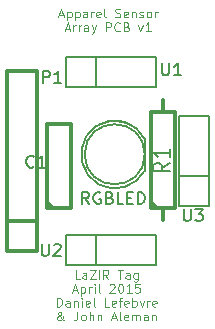
<source format=gto>
G04 (created by PCBNEW (2013-07-07 BZR 4022)-stable) date 5/1/2015 4:40:18 PM*
%MOIN*%
G04 Gerber Fmt 3.4, Leading zero omitted, Abs format*
%FSLAX34Y34*%
G01*
G70*
G90*
G04 APERTURE LIST*
%ADD10C,0.00590551*%
%ADD11C,0.00492126*%
%ADD12C,0.006*%
%ADD13C,0.012*%
%ADD14C,0.008*%
G04 APERTURE END LIST*
G54D10*
G54D11*
X12745Y-7395D02*
X12886Y-7395D01*
X12717Y-7479D02*
X12816Y-7184D01*
X12914Y-7479D01*
X13013Y-7282D02*
X13013Y-7577D01*
X13013Y-7296D02*
X13041Y-7282D01*
X13097Y-7282D01*
X13125Y-7296D01*
X13139Y-7310D01*
X13153Y-7338D01*
X13153Y-7423D01*
X13139Y-7451D01*
X13125Y-7465D01*
X13097Y-7479D01*
X13041Y-7479D01*
X13013Y-7465D01*
X13280Y-7282D02*
X13280Y-7577D01*
X13280Y-7296D02*
X13308Y-7282D01*
X13364Y-7282D01*
X13392Y-7296D01*
X13406Y-7310D01*
X13420Y-7338D01*
X13420Y-7423D01*
X13406Y-7451D01*
X13392Y-7465D01*
X13364Y-7479D01*
X13308Y-7479D01*
X13280Y-7465D01*
X13673Y-7479D02*
X13673Y-7324D01*
X13659Y-7296D01*
X13631Y-7282D01*
X13575Y-7282D01*
X13547Y-7296D01*
X13673Y-7465D02*
X13645Y-7479D01*
X13575Y-7479D01*
X13547Y-7465D01*
X13533Y-7437D01*
X13533Y-7409D01*
X13547Y-7381D01*
X13575Y-7367D01*
X13645Y-7367D01*
X13673Y-7352D01*
X13814Y-7479D02*
X13814Y-7282D01*
X13814Y-7338D02*
X13828Y-7310D01*
X13842Y-7296D01*
X13870Y-7282D01*
X13898Y-7282D01*
X14109Y-7465D02*
X14081Y-7479D01*
X14025Y-7479D01*
X13997Y-7465D01*
X13983Y-7437D01*
X13983Y-7324D01*
X13997Y-7296D01*
X14025Y-7282D01*
X14081Y-7282D01*
X14109Y-7296D01*
X14123Y-7324D01*
X14123Y-7352D01*
X13983Y-7381D01*
X14292Y-7479D02*
X14264Y-7465D01*
X14250Y-7437D01*
X14250Y-7184D01*
X14616Y-7465D02*
X14658Y-7479D01*
X14728Y-7479D01*
X14756Y-7465D01*
X14770Y-7451D01*
X14784Y-7423D01*
X14784Y-7395D01*
X14770Y-7367D01*
X14756Y-7352D01*
X14728Y-7338D01*
X14672Y-7324D01*
X14644Y-7310D01*
X14630Y-7296D01*
X14616Y-7268D01*
X14616Y-7240D01*
X14630Y-7212D01*
X14644Y-7198D01*
X14672Y-7184D01*
X14742Y-7184D01*
X14784Y-7198D01*
X15023Y-7465D02*
X14995Y-7479D01*
X14939Y-7479D01*
X14911Y-7465D01*
X14897Y-7437D01*
X14897Y-7324D01*
X14911Y-7296D01*
X14939Y-7282D01*
X14995Y-7282D01*
X15023Y-7296D01*
X15037Y-7324D01*
X15037Y-7352D01*
X14897Y-7381D01*
X15164Y-7282D02*
X15164Y-7479D01*
X15164Y-7310D02*
X15178Y-7296D01*
X15206Y-7282D01*
X15248Y-7282D01*
X15276Y-7296D01*
X15290Y-7324D01*
X15290Y-7479D01*
X15417Y-7465D02*
X15445Y-7479D01*
X15501Y-7479D01*
X15530Y-7465D01*
X15544Y-7437D01*
X15544Y-7423D01*
X15530Y-7395D01*
X15501Y-7381D01*
X15459Y-7381D01*
X15431Y-7367D01*
X15417Y-7338D01*
X15417Y-7324D01*
X15431Y-7296D01*
X15459Y-7282D01*
X15501Y-7282D01*
X15530Y-7296D01*
X15712Y-7479D02*
X15684Y-7465D01*
X15670Y-7451D01*
X15656Y-7423D01*
X15656Y-7338D01*
X15670Y-7310D01*
X15684Y-7296D01*
X15712Y-7282D01*
X15754Y-7282D01*
X15783Y-7296D01*
X15797Y-7310D01*
X15811Y-7338D01*
X15811Y-7423D01*
X15797Y-7451D01*
X15783Y-7465D01*
X15754Y-7479D01*
X15712Y-7479D01*
X15937Y-7479D02*
X15937Y-7282D01*
X15937Y-7338D02*
X15951Y-7310D01*
X15965Y-7296D01*
X15994Y-7282D01*
X16022Y-7282D01*
X12949Y-7857D02*
X13090Y-7857D01*
X12921Y-7942D02*
X13020Y-7646D01*
X13118Y-7942D01*
X13217Y-7942D02*
X13217Y-7745D01*
X13217Y-7801D02*
X13231Y-7773D01*
X13245Y-7759D01*
X13273Y-7745D01*
X13301Y-7745D01*
X13399Y-7942D02*
X13399Y-7745D01*
X13399Y-7801D02*
X13413Y-7773D01*
X13427Y-7759D01*
X13456Y-7745D01*
X13484Y-7745D01*
X13709Y-7942D02*
X13709Y-7787D01*
X13695Y-7759D01*
X13666Y-7745D01*
X13610Y-7745D01*
X13582Y-7759D01*
X13709Y-7928D02*
X13681Y-7942D01*
X13610Y-7942D01*
X13582Y-7928D01*
X13568Y-7899D01*
X13568Y-7871D01*
X13582Y-7843D01*
X13610Y-7829D01*
X13681Y-7829D01*
X13709Y-7815D01*
X13821Y-7745D02*
X13891Y-7942D01*
X13962Y-7745D02*
X13891Y-7942D01*
X13863Y-8012D01*
X13849Y-8026D01*
X13821Y-8040D01*
X14299Y-7942D02*
X14299Y-7646D01*
X14412Y-7646D01*
X14440Y-7660D01*
X14454Y-7674D01*
X14468Y-7703D01*
X14468Y-7745D01*
X14454Y-7773D01*
X14440Y-7787D01*
X14412Y-7801D01*
X14299Y-7801D01*
X14763Y-7913D02*
X14749Y-7928D01*
X14707Y-7942D01*
X14679Y-7942D01*
X14637Y-7928D01*
X14609Y-7899D01*
X14594Y-7871D01*
X14580Y-7815D01*
X14580Y-7773D01*
X14594Y-7717D01*
X14609Y-7689D01*
X14637Y-7660D01*
X14679Y-7646D01*
X14707Y-7646D01*
X14749Y-7660D01*
X14763Y-7674D01*
X14988Y-7787D02*
X15030Y-7801D01*
X15044Y-7815D01*
X15058Y-7843D01*
X15058Y-7885D01*
X15044Y-7913D01*
X15030Y-7928D01*
X15002Y-7942D01*
X14890Y-7942D01*
X14890Y-7646D01*
X14988Y-7646D01*
X15016Y-7660D01*
X15030Y-7674D01*
X15044Y-7703D01*
X15044Y-7731D01*
X15030Y-7759D01*
X15016Y-7773D01*
X14988Y-7787D01*
X14890Y-7787D01*
X15382Y-7745D02*
X15452Y-7942D01*
X15522Y-7745D01*
X15790Y-7942D02*
X15621Y-7942D01*
X15705Y-7942D02*
X15705Y-7646D01*
X15677Y-7689D01*
X15649Y-7717D01*
X15621Y-7731D01*
X13427Y-16189D02*
X13286Y-16189D01*
X13286Y-15894D01*
X13652Y-16189D02*
X13652Y-16034D01*
X13638Y-16006D01*
X13609Y-15992D01*
X13553Y-15992D01*
X13525Y-16006D01*
X13652Y-16175D02*
X13623Y-16189D01*
X13553Y-16189D01*
X13525Y-16175D01*
X13511Y-16147D01*
X13511Y-16119D01*
X13525Y-16091D01*
X13553Y-16077D01*
X13623Y-16077D01*
X13652Y-16062D01*
X13764Y-15894D02*
X13961Y-15894D01*
X13764Y-16189D01*
X13961Y-16189D01*
X14073Y-16189D02*
X14073Y-15894D01*
X14383Y-16189D02*
X14284Y-16048D01*
X14214Y-16189D02*
X14214Y-15894D01*
X14327Y-15894D01*
X14355Y-15908D01*
X14369Y-15922D01*
X14383Y-15950D01*
X14383Y-15992D01*
X14369Y-16020D01*
X14355Y-16034D01*
X14327Y-16048D01*
X14214Y-16048D01*
X14692Y-15894D02*
X14861Y-15894D01*
X14776Y-16189D02*
X14776Y-15894D01*
X15086Y-16189D02*
X15086Y-16034D01*
X15072Y-16006D01*
X15044Y-15992D01*
X14987Y-15992D01*
X14959Y-16006D01*
X15086Y-16175D02*
X15058Y-16189D01*
X14987Y-16189D01*
X14959Y-16175D01*
X14945Y-16147D01*
X14945Y-16119D01*
X14959Y-16091D01*
X14987Y-16077D01*
X15058Y-16077D01*
X15086Y-16062D01*
X15353Y-15992D02*
X15353Y-16231D01*
X15339Y-16259D01*
X15325Y-16273D01*
X15297Y-16287D01*
X15255Y-16287D01*
X15226Y-16273D01*
X15353Y-16175D02*
X15325Y-16189D01*
X15269Y-16189D01*
X15240Y-16175D01*
X15226Y-16161D01*
X15212Y-16133D01*
X15212Y-16048D01*
X15226Y-16020D01*
X15240Y-16006D01*
X15269Y-15992D01*
X15325Y-15992D01*
X15353Y-16006D01*
X13202Y-16567D02*
X13342Y-16567D01*
X13174Y-16652D02*
X13272Y-16356D01*
X13370Y-16652D01*
X13469Y-16455D02*
X13469Y-16750D01*
X13469Y-16469D02*
X13497Y-16455D01*
X13553Y-16455D01*
X13581Y-16469D01*
X13595Y-16483D01*
X13609Y-16511D01*
X13609Y-16595D01*
X13595Y-16623D01*
X13581Y-16638D01*
X13553Y-16652D01*
X13497Y-16652D01*
X13469Y-16638D01*
X13736Y-16652D02*
X13736Y-16455D01*
X13736Y-16511D02*
X13750Y-16483D01*
X13764Y-16469D01*
X13792Y-16455D01*
X13820Y-16455D01*
X13919Y-16652D02*
X13919Y-16455D01*
X13919Y-16356D02*
X13905Y-16370D01*
X13919Y-16384D01*
X13933Y-16370D01*
X13919Y-16356D01*
X13919Y-16384D01*
X14102Y-16652D02*
X14073Y-16638D01*
X14059Y-16609D01*
X14059Y-16356D01*
X14425Y-16384D02*
X14439Y-16370D01*
X14467Y-16356D01*
X14537Y-16356D01*
X14566Y-16370D01*
X14580Y-16384D01*
X14594Y-16413D01*
X14594Y-16441D01*
X14580Y-16483D01*
X14411Y-16652D01*
X14594Y-16652D01*
X14776Y-16356D02*
X14805Y-16356D01*
X14833Y-16370D01*
X14847Y-16384D01*
X14861Y-16413D01*
X14875Y-16469D01*
X14875Y-16539D01*
X14861Y-16595D01*
X14847Y-16623D01*
X14833Y-16638D01*
X14805Y-16652D01*
X14776Y-16652D01*
X14748Y-16638D01*
X14734Y-16623D01*
X14720Y-16595D01*
X14706Y-16539D01*
X14706Y-16469D01*
X14720Y-16413D01*
X14734Y-16384D01*
X14748Y-16370D01*
X14776Y-16356D01*
X15156Y-16652D02*
X14987Y-16652D01*
X15072Y-16652D02*
X15072Y-16356D01*
X15044Y-16399D01*
X15016Y-16427D01*
X14987Y-16441D01*
X15423Y-16356D02*
X15283Y-16356D01*
X15269Y-16497D01*
X15283Y-16483D01*
X15311Y-16469D01*
X15381Y-16469D01*
X15409Y-16483D01*
X15423Y-16497D01*
X15437Y-16525D01*
X15437Y-16595D01*
X15423Y-16623D01*
X15409Y-16638D01*
X15381Y-16652D01*
X15311Y-16652D01*
X15283Y-16638D01*
X15269Y-16623D01*
X12667Y-17114D02*
X12667Y-16819D01*
X12738Y-16819D01*
X12780Y-16833D01*
X12808Y-16861D01*
X12822Y-16889D01*
X12836Y-16945D01*
X12836Y-16988D01*
X12822Y-17044D01*
X12808Y-17072D01*
X12780Y-17100D01*
X12738Y-17114D01*
X12667Y-17114D01*
X13089Y-17114D02*
X13089Y-16960D01*
X13075Y-16931D01*
X13047Y-16917D01*
X12991Y-16917D01*
X12963Y-16931D01*
X13089Y-17100D02*
X13061Y-17114D01*
X12991Y-17114D01*
X12963Y-17100D01*
X12949Y-17072D01*
X12949Y-17044D01*
X12963Y-17016D01*
X12991Y-17002D01*
X13061Y-17002D01*
X13089Y-16988D01*
X13230Y-16917D02*
X13230Y-17114D01*
X13230Y-16945D02*
X13244Y-16931D01*
X13272Y-16917D01*
X13314Y-16917D01*
X13342Y-16931D01*
X13356Y-16960D01*
X13356Y-17114D01*
X13497Y-17114D02*
X13497Y-16917D01*
X13497Y-16819D02*
X13483Y-16833D01*
X13497Y-16847D01*
X13511Y-16833D01*
X13497Y-16819D01*
X13497Y-16847D01*
X13750Y-17100D02*
X13722Y-17114D01*
X13666Y-17114D01*
X13638Y-17100D01*
X13623Y-17072D01*
X13623Y-16960D01*
X13638Y-16931D01*
X13666Y-16917D01*
X13722Y-16917D01*
X13750Y-16931D01*
X13764Y-16960D01*
X13764Y-16988D01*
X13623Y-17016D01*
X13933Y-17114D02*
X13905Y-17100D01*
X13891Y-17072D01*
X13891Y-16819D01*
X14411Y-17114D02*
X14270Y-17114D01*
X14270Y-16819D01*
X14622Y-17100D02*
X14594Y-17114D01*
X14537Y-17114D01*
X14509Y-17100D01*
X14495Y-17072D01*
X14495Y-16960D01*
X14509Y-16931D01*
X14537Y-16917D01*
X14594Y-16917D01*
X14622Y-16931D01*
X14636Y-16960D01*
X14636Y-16988D01*
X14495Y-17016D01*
X14720Y-16917D02*
X14833Y-16917D01*
X14762Y-17114D02*
X14762Y-16861D01*
X14776Y-16833D01*
X14805Y-16819D01*
X14833Y-16819D01*
X15044Y-17100D02*
X15016Y-17114D01*
X14959Y-17114D01*
X14931Y-17100D01*
X14917Y-17072D01*
X14917Y-16960D01*
X14931Y-16931D01*
X14959Y-16917D01*
X15016Y-16917D01*
X15044Y-16931D01*
X15058Y-16960D01*
X15058Y-16988D01*
X14917Y-17016D01*
X15184Y-17114D02*
X15184Y-16819D01*
X15184Y-16931D02*
X15212Y-16917D01*
X15269Y-16917D01*
X15297Y-16931D01*
X15311Y-16945D01*
X15325Y-16974D01*
X15325Y-17058D01*
X15311Y-17086D01*
X15297Y-17100D01*
X15269Y-17114D01*
X15212Y-17114D01*
X15184Y-17100D01*
X15423Y-16917D02*
X15494Y-17114D01*
X15564Y-16917D01*
X15676Y-17114D02*
X15676Y-16917D01*
X15676Y-16974D02*
X15690Y-16945D01*
X15704Y-16931D01*
X15733Y-16917D01*
X15761Y-16917D01*
X15972Y-17100D02*
X15944Y-17114D01*
X15887Y-17114D01*
X15859Y-17100D01*
X15845Y-17072D01*
X15845Y-16960D01*
X15859Y-16931D01*
X15887Y-16917D01*
X15944Y-16917D01*
X15972Y-16931D01*
X15986Y-16960D01*
X15986Y-16988D01*
X15845Y-17016D01*
X12913Y-17577D02*
X12899Y-17577D01*
X12871Y-17563D01*
X12829Y-17521D01*
X12759Y-17436D01*
X12731Y-17394D01*
X12717Y-17352D01*
X12717Y-17324D01*
X12731Y-17296D01*
X12759Y-17282D01*
X12773Y-17282D01*
X12801Y-17296D01*
X12815Y-17324D01*
X12815Y-17338D01*
X12801Y-17366D01*
X12787Y-17380D01*
X12703Y-17436D01*
X12688Y-17450D01*
X12674Y-17478D01*
X12674Y-17521D01*
X12688Y-17549D01*
X12703Y-17563D01*
X12731Y-17577D01*
X12773Y-17577D01*
X12801Y-17563D01*
X12815Y-17549D01*
X12857Y-17492D01*
X12871Y-17450D01*
X12871Y-17422D01*
X13349Y-17282D02*
X13349Y-17492D01*
X13335Y-17535D01*
X13307Y-17563D01*
X13265Y-17577D01*
X13237Y-17577D01*
X13532Y-17577D02*
X13504Y-17563D01*
X13490Y-17549D01*
X13476Y-17521D01*
X13476Y-17436D01*
X13490Y-17408D01*
X13504Y-17394D01*
X13532Y-17380D01*
X13574Y-17380D01*
X13602Y-17394D01*
X13616Y-17408D01*
X13631Y-17436D01*
X13631Y-17521D01*
X13616Y-17549D01*
X13602Y-17563D01*
X13574Y-17577D01*
X13532Y-17577D01*
X13757Y-17577D02*
X13757Y-17282D01*
X13884Y-17577D02*
X13884Y-17422D01*
X13870Y-17394D01*
X13841Y-17380D01*
X13799Y-17380D01*
X13771Y-17394D01*
X13757Y-17408D01*
X14024Y-17380D02*
X14024Y-17577D01*
X14024Y-17408D02*
X14038Y-17394D01*
X14066Y-17380D01*
X14109Y-17380D01*
X14137Y-17394D01*
X14151Y-17422D01*
X14151Y-17577D01*
X14502Y-17492D02*
X14643Y-17492D01*
X14474Y-17577D02*
X14573Y-17282D01*
X14671Y-17577D01*
X14812Y-17577D02*
X14784Y-17563D01*
X14769Y-17535D01*
X14769Y-17282D01*
X15037Y-17563D02*
X15008Y-17577D01*
X14952Y-17577D01*
X14924Y-17563D01*
X14910Y-17535D01*
X14910Y-17422D01*
X14924Y-17394D01*
X14952Y-17380D01*
X15008Y-17380D01*
X15037Y-17394D01*
X15051Y-17422D01*
X15051Y-17450D01*
X14910Y-17478D01*
X15177Y-17577D02*
X15177Y-17380D01*
X15177Y-17408D02*
X15191Y-17394D01*
X15219Y-17380D01*
X15262Y-17380D01*
X15290Y-17394D01*
X15304Y-17422D01*
X15304Y-17577D01*
X15304Y-17422D02*
X15318Y-17394D01*
X15346Y-17380D01*
X15388Y-17380D01*
X15416Y-17394D01*
X15430Y-17422D01*
X15430Y-17577D01*
X15697Y-17577D02*
X15697Y-17422D01*
X15683Y-17394D01*
X15655Y-17380D01*
X15599Y-17380D01*
X15571Y-17394D01*
X15697Y-17563D02*
X15669Y-17577D01*
X15599Y-17577D01*
X15571Y-17563D01*
X15557Y-17535D01*
X15557Y-17507D01*
X15571Y-17478D01*
X15599Y-17464D01*
X15669Y-17464D01*
X15697Y-17450D01*
X15838Y-17380D02*
X15838Y-17577D01*
X15838Y-17408D02*
X15852Y-17394D01*
X15880Y-17380D01*
X15922Y-17380D01*
X15951Y-17394D01*
X15965Y-17422D01*
X15965Y-17577D01*
G54D10*
X15592Y-12038D02*
X15592Y-11528D01*
X15592Y-11528D02*
G75*
G03X14082Y-11037I-1000J-509D01*
G74*
G01*
X15192Y-11088D02*
G75*
G03X13642Y-11437I-600J-949D01*
G74*
G01*
X13642Y-11437D02*
G75*
G03X14041Y-13037I999J-600D01*
G74*
G01*
X14042Y-13038D02*
G75*
G03X15592Y-12587I549J1000D01*
G74*
G01*
X15592Y-12038D02*
X15592Y-12588D01*
X15593Y-12038D02*
G75*
G03X15593Y-12038I-1001J0D01*
G74*
G01*
G54D12*
X12980Y-9788D02*
X12980Y-8788D01*
X12980Y-8788D02*
X15980Y-8788D01*
X15980Y-8788D02*
X15980Y-9788D01*
X15980Y-9788D02*
X12980Y-9788D01*
X13980Y-8788D02*
X13980Y-9788D01*
X12968Y-15720D02*
X12968Y-14720D01*
X12968Y-14720D02*
X15968Y-14720D01*
X15968Y-14720D02*
X15968Y-15720D01*
X15968Y-15720D02*
X12968Y-15720D01*
X13968Y-14720D02*
X13968Y-15720D01*
X17750Y-13750D02*
X16750Y-13750D01*
X16750Y-13750D02*
X16750Y-10750D01*
X16750Y-10750D02*
X17750Y-10750D01*
X17750Y-10750D02*
X17750Y-13750D01*
X16750Y-12750D02*
X17750Y-12750D01*
G54D13*
X12000Y-15250D02*
X11000Y-15250D01*
X11000Y-15250D02*
X11000Y-9250D01*
X11000Y-9250D02*
X12000Y-9250D01*
X12000Y-9250D02*
X12000Y-15250D01*
X12000Y-14250D02*
X11000Y-14250D01*
X12326Y-13840D02*
X12326Y-11040D01*
X12326Y-11040D02*
X13126Y-11040D01*
X13126Y-11040D02*
X13126Y-13840D01*
X13126Y-13840D02*
X12326Y-13840D01*
X12526Y-13840D02*
X12326Y-13640D01*
X16200Y-14240D02*
X16200Y-13840D01*
X16200Y-13840D02*
X15800Y-13840D01*
X15800Y-13840D02*
X15800Y-10640D01*
X15800Y-10640D02*
X16600Y-10640D01*
X16600Y-10640D02*
X16600Y-13840D01*
X16600Y-13840D02*
X16200Y-13840D01*
X16000Y-13840D02*
X15800Y-13640D01*
X16200Y-10240D02*
X16200Y-10640D01*
G54D10*
X13735Y-13697D02*
X13604Y-13509D01*
X13510Y-13697D02*
X13510Y-13303D01*
X13660Y-13303D01*
X13698Y-13322D01*
X13717Y-13341D01*
X13735Y-13378D01*
X13735Y-13434D01*
X13717Y-13472D01*
X13698Y-13491D01*
X13660Y-13509D01*
X13510Y-13509D01*
X14110Y-13322D02*
X14073Y-13303D01*
X14017Y-13303D01*
X13960Y-13322D01*
X13923Y-13359D01*
X13904Y-13397D01*
X13885Y-13472D01*
X13885Y-13528D01*
X13904Y-13603D01*
X13923Y-13641D01*
X13960Y-13678D01*
X14017Y-13697D01*
X14054Y-13697D01*
X14110Y-13678D01*
X14129Y-13659D01*
X14129Y-13528D01*
X14054Y-13528D01*
X14429Y-13491D02*
X14485Y-13509D01*
X14504Y-13528D01*
X14523Y-13566D01*
X14523Y-13622D01*
X14504Y-13659D01*
X14485Y-13678D01*
X14448Y-13697D01*
X14298Y-13697D01*
X14298Y-13303D01*
X14429Y-13303D01*
X14467Y-13322D01*
X14485Y-13341D01*
X14504Y-13378D01*
X14504Y-13416D01*
X14485Y-13453D01*
X14467Y-13472D01*
X14429Y-13491D01*
X14298Y-13491D01*
X14879Y-13697D02*
X14691Y-13697D01*
X14691Y-13303D01*
X15010Y-13491D02*
X15141Y-13491D01*
X15198Y-13697D02*
X15010Y-13697D01*
X15010Y-13303D01*
X15198Y-13303D01*
X15366Y-13697D02*
X15366Y-13303D01*
X15460Y-13303D01*
X15516Y-13322D01*
X15554Y-13359D01*
X15573Y-13397D01*
X15591Y-13472D01*
X15591Y-13528D01*
X15573Y-13603D01*
X15554Y-13641D01*
X15516Y-13678D01*
X15460Y-13697D01*
X15366Y-13697D01*
G54D12*
X16175Y-8999D02*
X16175Y-9323D01*
X16194Y-9361D01*
X16213Y-9380D01*
X16251Y-9399D01*
X16327Y-9399D01*
X16365Y-9380D01*
X16384Y-9361D01*
X16403Y-9323D01*
X16403Y-8999D01*
X16803Y-9399D02*
X16575Y-9399D01*
X16689Y-9399D02*
X16689Y-8999D01*
X16651Y-9057D01*
X16613Y-9095D01*
X16575Y-9114D01*
X12163Y-15031D02*
X12163Y-15355D01*
X12182Y-15393D01*
X12201Y-15412D01*
X12239Y-15431D01*
X12315Y-15431D01*
X12353Y-15412D01*
X12372Y-15393D01*
X12391Y-15355D01*
X12391Y-15031D01*
X12563Y-15070D02*
X12582Y-15050D01*
X12620Y-15031D01*
X12715Y-15031D01*
X12753Y-15050D01*
X12772Y-15070D01*
X12791Y-15108D01*
X12791Y-15146D01*
X12772Y-15203D01*
X12544Y-15431D01*
X12791Y-15431D01*
X16895Y-13861D02*
X16895Y-14185D01*
X16914Y-14223D01*
X16933Y-14242D01*
X16971Y-14261D01*
X17047Y-14261D01*
X17085Y-14242D01*
X17104Y-14223D01*
X17123Y-14185D01*
X17123Y-13861D01*
X17276Y-13861D02*
X17523Y-13861D01*
X17390Y-14014D01*
X17447Y-14014D01*
X17485Y-14033D01*
X17504Y-14052D01*
X17523Y-14090D01*
X17523Y-14185D01*
X17504Y-14223D01*
X17485Y-14242D01*
X17447Y-14261D01*
X17333Y-14261D01*
X17295Y-14242D01*
X17276Y-14223D01*
G54D14*
X12209Y-9659D02*
X12209Y-9265D01*
X12359Y-9265D01*
X12396Y-9284D01*
X12415Y-9303D01*
X12434Y-9340D01*
X12434Y-9396D01*
X12415Y-9434D01*
X12396Y-9453D01*
X12359Y-9471D01*
X12209Y-9471D01*
X12809Y-9659D02*
X12584Y-9659D01*
X12696Y-9659D02*
X12696Y-9265D01*
X12659Y-9321D01*
X12621Y-9359D01*
X12584Y-9378D01*
X11899Y-12443D02*
X11880Y-12462D01*
X11823Y-12481D01*
X11785Y-12481D01*
X11727Y-12462D01*
X11689Y-12424D01*
X11670Y-12386D01*
X11651Y-12310D01*
X11651Y-12253D01*
X11670Y-12177D01*
X11689Y-12139D01*
X11727Y-12100D01*
X11785Y-12081D01*
X11823Y-12081D01*
X11880Y-12100D01*
X11899Y-12120D01*
X12280Y-12481D02*
X12051Y-12481D01*
X12166Y-12481D02*
X12166Y-12081D01*
X12127Y-12139D01*
X12089Y-12177D01*
X12051Y-12196D01*
X16422Y-12323D02*
X16160Y-12490D01*
X16422Y-12609D02*
X15872Y-12609D01*
X15872Y-12418D01*
X15898Y-12370D01*
X15925Y-12347D01*
X15977Y-12323D01*
X16055Y-12323D01*
X16108Y-12347D01*
X16134Y-12370D01*
X16160Y-12418D01*
X16160Y-12609D01*
X16422Y-11847D02*
X16422Y-12132D01*
X16422Y-11990D02*
X15872Y-11990D01*
X15951Y-12037D01*
X16003Y-12085D01*
X16029Y-12132D01*
M02*

</source>
